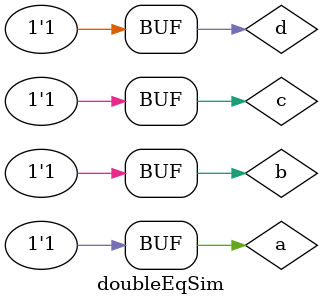
<source format=v>
module doubleEqSim; /* 一致検出回路の */
    wire s; /* シミュレーション */
    reg a, b, c, d;
    doubleEq g1(s, a, b, c, d);
    initial
        begin
        $dumpfile("doubleEq.vcd");
        $dumpvars(0, doubleEqSim);
        $monitor(" %b %b %b %b  %b  %b  %b", a, b, c, d, s, g1.w1, g1.w2, $stime);
        $display(" a b c d w1 w2  s      time");
        /* test all case */
        a=0; b=0; c=0; d=0;
        #50 a=0; b=0; c=0; d=1;
        #50 a=0; b=0; c=1; d=0;
        #50 a=0; b=0; c=1; d=1;
        #50 a=0; b=1; c=0; d=0;
        #50 a=0; b=1; c=0; d=1;
        #50 a=0; b=1; c=1; d=0;
        #50 a=0; b=1; c=1; d=1;
        #50 a=1; b=0; c=0; d=0;
        #50 a=1; b=0; c=0; d=1;
        #50 a=1; b=0; c=1; d=0;
        #50 a=1; b=0; c=1; d=1;
        #50 a=1; b=1; c=0; d=0;
        #50 a=1; b=1; c=0; d=1;
        #50 a=1; b=1; c=1; d=0;
        #50 a=1; b=1; c=1; d=1;
        end
endmodule

</source>
